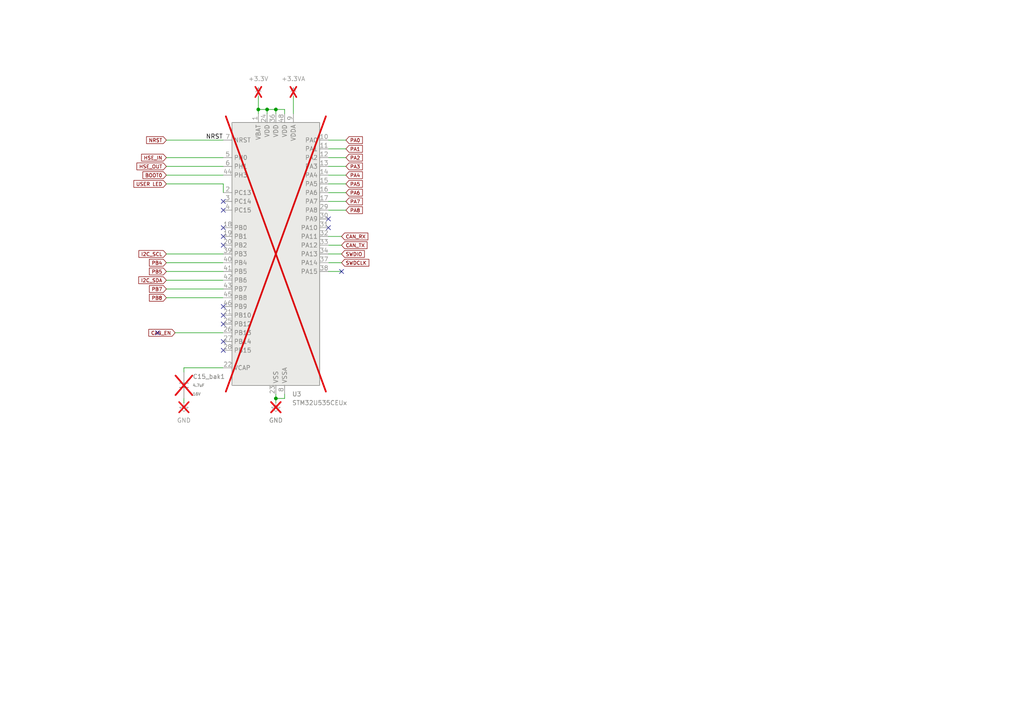
<source format=kicad_sch>
(kicad_sch (version 20250114) (generator "eeschema") (generator_version "9.0")
  (paper "A4")
  (lib_symbols
    (symbol "+3.3VA_1" (power) (pin_numbers (hide yes)) (pin_names (offset 0) (hide yes))
      (property "Value" "+3.3VA" (at 0 3.556 0))
      (symbol "+3.3VA_1_0_1"
        (polyline (pts (xy -0.762 1.27) (xy 0 2.54)))
        (polyline (pts (xy 0 2.54) (xy 0.762 1.27)))
        (polyline (pts (xy 0 0) (xy 0 2.54)))
      )
      (symbol "+3.3VA_1_1_1"
        (pin power_in line (at 0 0 90) (length 0) (name "~") (number "1"))
      )
    )
    (symbol "+3.3V_2" (power) (pin_numbers (hide yes)) (pin_names (offset 0) (hide yes))
      (property "Value" "+3.3V" (at 0 3.556 0))
      (symbol "+3.3V_2_0_1"
        (polyline (pts (xy -0.762 1.27) (xy 0 2.54)))
        (polyline (pts (xy 0 2.54) (xy 0.762 1.27)))
        (polyline (pts (xy 0 0) (xy 0 2.54)))
      )
      (symbol "+3.3V_2_1_1"
        (pin power_in line (at 0 0 90) (length 0) (name "~") (number "1"))
      )
    )
    (symbol "GND_1" (power) (pin_numbers (hide yes)) (pin_names (offset 0) (hide yes))
      (property "Value" "GND" (at 0 -3.81 0))
      (symbol "GND_1_0_1"
        (polyline (pts (xy 0 0) (xy 0 -1.27) (xy 1.27 -1.27) (xy 0 -2.54) (xy -1.27 -1.27) (xy 0 -1.27)))
      )
      (symbol "GND_1_1_1"
        (pin power_in line (at 0 0 270) (length 0) (name "~") (number "1"))
      )
    )
    (symbol "MCU_ST_STM32U5:STM32U535CEUx"
      (property "Reference" "U" (at -12.7 39.37 0))
      (property "Value" "STM32U535CEUx" (at 7.62 39.37 0))
      (symbol "STM32U535CEUx_0_1"
        (rectangle (start -12.7 -38.1) (end 12.7 38.1) (stroke (width 0.254)) (fill (type background)))
      )
      (symbol "STM32U535CEUx_1_1"
        (pin input line (at -15.24 33.02 0) (length 2.54) (name "NRST") (number "7"))
        (pin bidirectional line (at -15.24 27.94 0) (length 2.54) (name "PH0") (number "5"))
        (pin bidirectional line (at -15.24 25.4 0) (length 2.54) (name "PH1") (number "6"))
        (pin bidirectional line (at -15.24 22.86 0) (length 2.54) (name "PH3") (number "44"))
        (pin bidirectional line (at -15.24 17.78 0) (length 2.54) (name "PC13") (number "2"))
        (pin bidirectional line (at -15.24 15.24 0) (length 2.54) (name "PC14") (number "3"))
        (pin bidirectional line (at -15.24 12.7 0) (length 2.54) (name "PC15") (number "4"))
        (pin bidirectional line (at -15.24 7.62 0) (length 2.54) (name "PB0") (number "18"))
        (pin bidirectional line (at -15.24 5.08 0) (length 2.54) (name "PB1") (number "19"))
        (pin bidirectional line (at -15.24 2.54 0) (length 2.54) (name "PB2") (number "20"))
        (pin bidirectional line (at -15.24 0 0) (length 2.54) (name "PB3") (number "39"))
        (pin bidirectional line (at -15.24 -2.54 0) (length 2.54) (name "PB4") (number "40"))
        (pin bidirectional line (at -15.24 -5.08 0) (length 2.54) (name "PB5") (number "41"))
        (pin bidirectional line (at -15.24 -7.62 0) (length 2.54) (name "PB6") (number "42"))
        (pin bidirectional line (at -15.24 -10.16 0) (length 2.54) (name "PB7") (number "43"))
        (pin bidirectional line (at -15.24 -12.7 0) (length 2.54) (name "PB8") (number "45"))
        (pin bidirectional line (at -15.24 -15.24 0) (length 2.54) (name "PB9") (number "46"))
        (pin bidirectional line (at -15.24 -17.78 0) (length 2.54) (name "PB10") (number "21"))
        (pin bidirectional line (at -15.24 -20.32 0) (length 2.54) (name "PB12") (number "25"))
        (pin bidirectional line (at -15.24 -22.86 0) (length 2.54) (name "PB13") (number "26"))
        (pin bidirectional line (at -15.24 -25.4 0) (length 2.54) (name "PB14") (number "27"))
        (pin bidirectional line (at -15.24 -27.94 0) (length 2.54) (name "PB15") (number "28"))
        (pin power_out line (at -15.24 -33.02 0) (length 2.54) (name "VCAP") (number "22"))
        (pin power_in line (at -5.08 40.64 270) (length 2.54) (name "VBAT") (number "1"))
        (pin power_in line (at -2.54 40.64 270) (length 2.54) (name "VDD") (number "24"))
        (pin power_in line (at 0 40.64 270) (length 2.54) (name "VDD") (number "36"))
        (pin power_in line (at 0 -40.64 90) (length 2.54) (name "VSS") (number "23"))
        (pin passive line (at 0 -40.64 90) (length 2.54) (hide yes) (name "VSS") (number "35"))
        (pin passive line (at 0 -40.64 90) (length 2.54) (hide yes) (name "VSS") (number "47"))
        (pin passive line (at 0 -40.64 90) (length 2.54) (hide yes) (name "VSS") (number "49"))
        (pin power_in line (at 2.54 40.64 270) (length 2.54) (name "VDD") (number "48"))
        (pin power_in line (at 2.54 -40.64 90) (length 2.54) (name "VSSA") (number "8"))
        (pin power_in line (at 5.08 40.64 270) (length 2.54) (name "VDDA") (number "9"))
        (pin bidirectional line (at 15.24 33.02 180) (length 2.54) (name "PA0") (number "10"))
        (pin bidirectional line (at 15.24 30.48 180) (length 2.54) (name "PA1") (number "11"))
        (pin bidirectional line (at 15.24 27.94 180) (length 2.54) (name "PA2") (number "12"))
        (pin bidirectional line (at 15.24 25.4 180) (length 2.54) (name "PA3") (number "13"))
        (pin bidirectional line (at 15.24 22.86 180) (length 2.54) (name "PA4") (number "14"))
        (pin bidirectional line (at 15.24 20.32 180) (length 2.54) (name "PA5") (number "15"))
        (pin bidirectional line (at 15.24 17.78 180) (length 2.54) (name "PA6") (number "16"))
        (pin bidirectional line (at 15.24 15.24 180) (length 2.54) (name "PA7") (number "17"))
        (pin bidirectional line (at 15.24 12.7 180) (length 2.54) (name "PA8") (number "29"))
        (pin bidirectional line (at 15.24 10.16 180) (length 2.54) (name "PA9") (number "30"))
        (pin bidirectional line (at 15.24 7.62 180) (length 2.54) (name "PA10") (number "31"))
        (pin bidirectional line (at 15.24 5.08 180) (length 2.54) (name "PA11") (number "32"))
        (pin bidirectional line (at 15.24 2.54 180) (length 2.54) (name "PA12") (number "33"))
        (pin bidirectional line (at 15.24 0 180) (length 2.54) (name "PA13") (number "34"))
        (pin bidirectional line (at 15.24 -2.54 180) (length 2.54) (name "PA14") (number "37"))
        (pin bidirectional line (at 15.24 -5.08 180) (length 2.54) (name "PA15") (number "38"))
      )
    )
    (symbol "PCM_JLCPCB-Capacitors:0603,4.7uF" (pin_numbers (hide yes)) (pin_names (offset 0))
      (property "Reference" "C" (at 2.032 1.668 0))
      (property "Value" "4.7uF" (at 2.032 -0.3782 0))
      (property "Voltage Rated" "16V" (at 2.032 -2.0462 0))
      (symbol "0603,4.7uF_0_1"
        (polyline (pts (xy -1.27 0.635) (xy 1.27 0.635)) (stroke (width 0.254)))
        (polyline (pts (xy -1.27 -0.635) (xy 1.27 -0.635)) (stroke (width 0.254)))
      )
      (symbol "0603,4.7uF_1_1"
        (pin passive line (at 0 3.81 270) (length 3.175) (name "~") (number "1"))
        (pin passive line (at 0 -3.81 90) (length 3.175) (name "~") (number "2"))
      )
    )
  )
  (junction (at 74.93 31.75))
  (junction (at 80.01 115.57))
  (junction (at 77.47 31.75))
  (junction (at 80.01 31.75))
  (no_connect (at 64.77 99.06))
  (no_connect (at 99.06 78.74))
  (no_connect (at 64.77 66.04))
  (no_connect (at 64.77 101.6))
  (no_connect (at 64.77 93.98))
  (no_connect (at 64.77 60.96))
  (no_connect (at 45.72 96.52))
  (no_connect (at 95.25 63.5))
  (no_connect (at 95.25 66.04))
  (no_connect (at 64.77 58.42))
  (no_connect (at 64.77 68.58))
  (no_connect (at 64.77 71.12))
  (no_connect (at 64.77 91.44))
  (no_connect (at 64.77 88.9))
  (wire (pts (xy 77.47 31.75) (xy 77.47 33.02)))
  (wire (pts (xy 80.01 31.75) (xy 80.01 33.02)))
  (wire (pts (xy 64.77 106.68) (xy 53.34 106.68)))
  (wire (pts (xy 95.25 76.2) (xy 99.06 76.2)))
  (wire (pts (xy 48.26 83.82) (xy 64.77 83.82)))
  (wire (pts (xy 48.26 48.26) (xy 64.77 48.26)))
  (wire (pts (xy 95.25 71.12) (xy 99.06 71.12)))
  (wire (pts (xy 48.26 45.72) (xy 64.77 45.72)))
  (wire (pts (xy 95.25 68.58) (xy 99.06 68.58)))
  (wire (pts (xy 48.26 53.34) (xy 64.77 53.34)))
  (wire (pts (xy 100.33 45.72) (xy 95.25 45.72)))
  (wire (pts (xy 82.55 115.57) (xy 80.01 115.57)))
  (wire (pts (xy 48.26 40.64) (xy 64.77 40.64)))
  (wire (pts (xy 95.25 73.66) (xy 99.06 73.66)))
  (wire (pts (xy 50.8 96.52) (xy 64.77 96.52)))
  (wire (pts (xy 85.09 27.94) (xy 85.09 33.02)))
  (wire (pts (xy 48.26 50.8) (xy 64.77 50.8)))
  (wire (pts (xy 74.93 31.75) (xy 77.47 31.75)))
  (wire (pts (xy 48.26 73.66) (xy 64.77 73.66)))
  (wire (pts (xy 100.33 60.96) (xy 95.25 60.96)))
  (wire (pts (xy 82.55 114.3) (xy 82.55 115.57)))
  (wire (pts (xy 64.77 53.34) (xy 64.77 55.88)))
  (wire (pts (xy 48.26 81.28) (xy 64.77 81.28)))
  (wire (pts (xy 100.33 53.34) (xy 95.25 53.34)))
  (wire (pts (xy 100.33 55.88) (xy 95.25 55.88)))
  (wire (pts (xy 100.33 50.8) (xy 95.25 50.8)))
  (wire (pts (xy 100.33 48.26) (xy 95.25 48.26)))
  (wire (pts (xy 48.26 86.36) (xy 64.77 86.36)))
  (wire (pts (xy 53.34 115.57) (xy 53.34 116.84)))
  (wire (pts (xy 48.26 76.2) (xy 64.77 76.2)))
  (wire (pts (xy 74.93 33.02) (xy 74.93 31.75)))
  (wire (pts (xy 100.33 43.18) (xy 95.25 43.18)))
  (wire (pts (xy 100.33 40.64) (xy 95.25 40.64)))
  (wire (pts (xy 100.33 58.42) (xy 95.25 58.42)))
  (wire (pts (xy 80.01 115.57) (xy 80.01 116.84)))
  (wire (pts (xy 95.25 78.74) (xy 99.06 78.74)))
  (wire (pts (xy 53.34 106.68) (xy 53.34 107.95)))
  (wire (pts (xy 80.01 31.75) (xy 82.55 31.75)))
  (wire (pts (xy 80.01 114.3) (xy 80.01 115.57)))
  (wire (pts (xy 74.93 27.94) (xy 74.93 31.75)))
  (wire (pts (xy 48.26 78.74) (xy 64.77 78.74)))
  (wire (pts (xy 77.47 31.75) (xy 80.01 31.75)))
  (wire (pts (xy 82.55 31.75) (xy 82.55 33.02)))
  (label "NRST" (at 59.69 40.64 0))
  (global_label "HSE_IN" (shape input) (at 48.26 45.72 180) (effects (font (size 1.016 1.016))) (property "Intersheetrefs" "${INTERSHEET_REFS}" (effects (hide yes))))
  (global_label "CAN_EN" (shape input) (at 50.8 96.52 180) (effects (font (size 1.016 1.016))) (property "Intersheetrefs" "${INTERSHEET_REFS}" (effects (hide yes))))
  (global_label "PB8" (shape input) (at 48.26 86.36 180) (effects (font (size 1.016 1.016))) (property "Intersheetrefs" "${INTERSHEET_REFS}" (effects (hide yes))))
  (global_label "I2C_SCL" (shape input) (at 48.26 73.66 180) (effects (font (size 1.016 1.016))) (property "Intersheetrefs" "${INTERSHEET_REFS}" (effects (hide yes))))
  (global_label "PB5" (shape input) (at 48.26 78.74 180) (effects (font (size 1.016 1.016))) (property "Intersheetrefs" "${INTERSHEET_REFS}" (effects (hide yes))))
  (global_label "PA5" (shape input) (at 100.33 53.34 0) (effects (font (size 1.016 1.016))) (property "Intersheetrefs" "${INTERSHEET_REFS}" (effects (hide yes))))
  (global_label "CAN_RX" (shape input) (at 99.06 68.58 0) (effects (font (size 1.016 1.016))) (property "Intersheetrefs" "${INTERSHEET_REFS}" (effects (hide yes))))
  (global_label "CAN_TX" (shape input) (at 99.06 71.12 0) (effects (font (size 1.016 1.016))) (property "Intersheetrefs" "${INTERSHEET_REFS}" (effects (hide yes))))
  (global_label "PB4" (shape input) (at 48.26 76.2 180) (effects (font (size 1.016 1.016))) (property "Intersheetrefs" "${INTERSHEET_REFS}" (effects (hide yes))))
  (global_label "PA6" (shape input) (at 100.33 55.88 0) (effects (font (size 1.016 1.016))) (property "Intersheetrefs" "${INTERSHEET_REFS}" (effects (hide yes))))
  (global_label "PA8" (shape input) (at 100.33 60.96 0) (effects (font (size 1.016 1.016))) (property "Intersheetrefs" "${INTERSHEET_REFS}" (effects (hide yes))))
  (global_label "PA3" (shape input) (at 100.33 48.26 0) (effects (font (size 1.016 1.016))) (property "Intersheetrefs" "${INTERSHEET_REFS}" (effects (hide yes))))
  (global_label "PA7" (shape input) (at 100.33 58.42 0) (effects (font (size 1.016 1.016))) (property "Intersheetrefs" "${INTERSHEET_REFS}" (effects (hide yes))))
  (global_label "PA4" (shape input) (at 100.33 50.8 0) (effects (font (size 1.016 1.016))) (property "Intersheetrefs" "${INTERSHEET_REFS}" (effects (hide yes))))
  (global_label "SWDIO" (shape input) (at 99.06 73.66 0) (effects (font (size 1.016 1.016))) (property "Intersheetrefs" "${INTERSHEET_REFS}" (effects (hide yes))))
  (global_label "I2C_SDA" (shape input) (at 48.26 81.28 180) (effects (font (size 1.016 1.016))) (property "Intersheetrefs" "${INTERSHEET_REFS}" (effects (hide yes))))
  (global_label "PA1" (shape input) (at 100.33 43.18 0) (effects (font (size 1.016 1.016))) (property "Intersheetrefs" "${INTERSHEET_REFS}" (effects (hide yes))))
  (global_label "PA2" (shape input) (at 100.33 45.72 0) (effects (font (size 1.016 1.016))) (property "Intersheetrefs" "${INTERSHEET_REFS}" (effects (hide yes))))
  (global_label "PA0" (shape input) (at 100.33 40.64 0) (effects (font (size 1.016 1.016))) (property "Intersheetrefs" "${INTERSHEET_REFS}" (effects (hide yes))))
  (global_label "USER LED" (shape input) (at 48.26 53.34 180) (effects (font (size 1.016 1.016))) (property "Intersheetrefs" "${INTERSHEET_REFS}" (effects (hide yes))))
  (global_label "NRST" (shape input) (at 48.26 40.64 180) (effects (font (size 1.016 1.016))) (property "Intersheetrefs" "${INTERSHEET_REFS}" (effects (hide yes))))
  (global_label "BOOT0" (shape input) (at 48.26 50.8 180) (effects (font (size 1.016 1.016))) (property "Intersheetrefs" "${INTERSHEET_REFS}" (effects (hide yes))))
  (global_label "SWDCLK" (shape input) (at 99.06 76.2 0) (effects (font (size 1.016 1.016))) (property "Intersheetrefs" "${INTERSHEET_REFS}" (effects (hide yes))))
  (global_label "PB7" (shape input) (at 48.26 83.82 180) (effects (font (size 1.016 1.016))) (property "Intersheetrefs" "${INTERSHEET_REFS}" (effects (hide yes))))
  (global_label "HSE_OUT" (shape input) (at 48.26 48.26 180) (effects (font (size 1.016 1.016))) (property "Intersheetrefs" "${INTERSHEET_REFS}" (effects (hide yes))))
  (symbol (lib_name "+3.3VA_1") (lib_id "power:+3.3VA") (at 85.09 27.94 0) (unit 1) (in_bom no) (on_board no) (dnp yes)
    (property "Reference" "#PWR04" (effects (hide yes)))
    (property "Value" "+3.3VA" (at 85.09 22.86 0))
    (property "Description" "Power symbol creates a global label with name \"+3.3VA\"" (effects (hide yes)))
  )
  (symbol (lib_name "GND_1") (lib_id "power:GND") (at 53.34 116.84 0) (unit 1) (in_bom no) (on_board no) (dnp yes)
    (property "Reference" "#PWR02" (effects (hide yes)))
    (property "Value" "GND" (at 53.34 121.92 0))
    (property "Description" "Power symbol creates a global label with name \"GND\" , ground" (effects (hide yes)))
  )
  (symbol (lib_id "MCU_ST_STM32U5:STM32U535CEUx") (at 80.01 73.66 0) (unit 1) (in_bom no) (on_board no) (dnp yes)
    (property "Reference" "U3" (at 84.6933 114.3 0) (effects (justify left)))
    (property "Value" "STM32U535CEUx" (at 84.6933 116.84 0) (effects (justify left)))
    (property "Footprint" "Package_DFN_QFN:QFN-48-1EP_7x7mm_P0.5mm_EP5.6x5.6mm" (effects (hide yes)))
    (property "Datasheet" "https://www.st.com/resource/en/datasheet/stm32u535ce.pdf" (effects (hide yes)))
    (property "Description" "STMicroelectronics Arm Cortex-M33 MCU, 512KB flash, 274KB RAM, 37 GPIO, UFQFPN48" (effects (hide yes)))
  )
  (symbol (lib_name "GND_1") (lib_id "power:GND") (at 80.01 116.84 0) (unit 1) (in_bom no) (on_board no) (dnp yes)
    (property "Reference" "#PWR019" (effects (hide yes)))
    (property "Value" "GND" (at 80.01 121.92 0))
    (property "Description" "Power symbol creates a global label with name \"GND\" , ground" (effects (hide yes)))
  )
  (symbol (lib_id "PCM_JLCPCB-Capacitors:0603,4.7uF") (at 53.34 111.76 0) (unit 1) (in_bom no) (on_board no) (dnp yes)
    (property "Reference" "C15_bak1" (at 55.88 109.2199 0) (effects (justify left)))
    (property "Value" "4.7uF" (at 55.88 111.76 0) (effects (font (size 0.8 0.8)) (justify left)))
    (property "Footprint" "Capacitor_SMD:C_0603_1608Metric" (effects (hide yes)))
    (property "Datasheet" "https://www.lcsc.com/datasheet/lcsc_datasheet_2304140030_Samsung-Electro-Mechanics-CL10A475KO8NNNC_C19666.pdf" (effects (hide yes)))
    (property "Description" "16V 4.7uF X5R ±10% 0603 Multilayer Ceramic Capacitors MLCC - SMD/SMT ROHS" (effects (hide yes)))
    (property "LCSC" "C19666" (effects (hide yes)))
    (property "Stock" "3967977" (effects (hide yes)))
    (property "Price" "0.014USD" (effects (hide yes)))
    (property "Process" "SMT" (effects (hide yes)))
    (property "Minimum Qty" "20" (effects (hide yes)))
    (property "Attrition Qty" "10" (effects (hide yes)))
    (property "Class" "Basic Component" (effects (hide yes)))
    (property "Category" "Capacitors,Multilayer Ceramic Capacitors MLCC - SMD/SMT" (effects (hide yes)))
    (property "Manufacturer" "Samsung Electro-Mechanics" (effects (hide yes)))
    (property "Part" "CL10A475KO8NNNC" (effects (hide yes)))
    (property "Voltage Rated" "16V" (at 55.88 114.3 0) (effects (font (size 0.8 0.8)) (justify left)))
    (property "Tolerance" "±10%" (effects (hide yes)))
    (property "Capacitance" "4.7uF" (effects (hide yes)))
    (property "Temperature Coefficient" "X5R" (effects (hide yes)))
  )
  (symbol (lib_name "+3.3V_2") (lib_id "power:+3.3V") (at 74.93 27.94 0) (unit 1) (in_bom no) (on_board no) (dnp yes)
    (property "Reference" "#PWR09" (effects (hide yes)))
    (property "Value" "+3.3V" (at 74.93 22.86 0))
    (property "Description" "Power symbol creates a global label with name \"+3.3V\"" (effects (hide yes)))
  )
)
</source>
